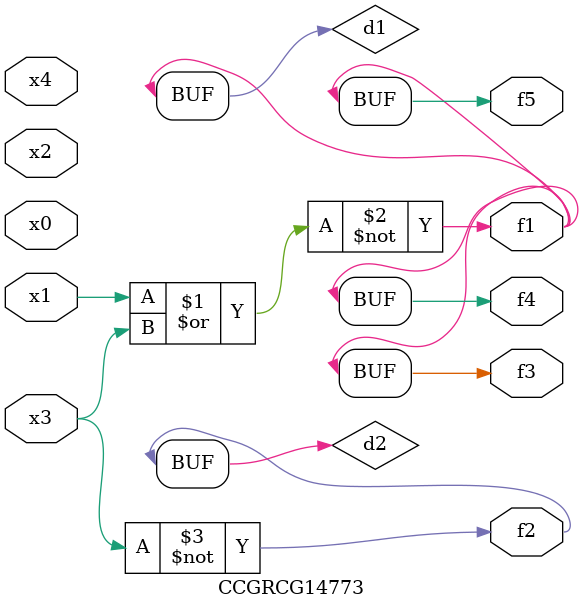
<source format=v>
module CCGRCG14773(
	input x0, x1, x2, x3, x4,
	output f1, f2, f3, f4, f5
);

	wire d1, d2;

	nor (d1, x1, x3);
	not (d2, x3);
	assign f1 = d1;
	assign f2 = d2;
	assign f3 = d1;
	assign f4 = d1;
	assign f5 = d1;
endmodule

</source>
